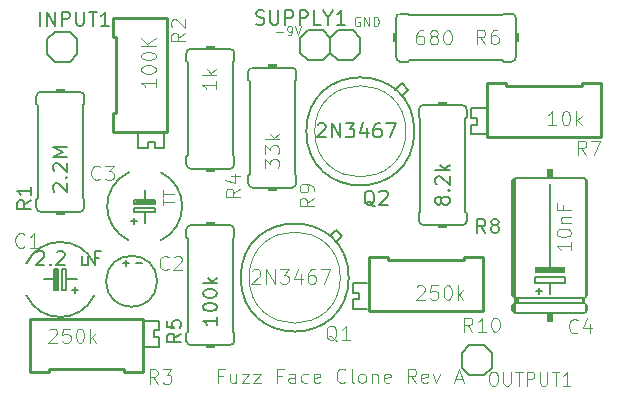
<source format=gbr>
G04 #@! TF.FileFunction,Legend,Top*
%FSLAX46Y46*%
G04 Gerber Fmt 4.6, Leading zero omitted, Abs format (unit mm)*
G04 Created by KiCad (PCBNEW 4.0.7) date 03/11/18 13:24:30*
%MOMM*%
%LPD*%
G01*
G04 APERTURE LIST*
%ADD10C,0.100000*%
%ADD11C,0.101600*%
%ADD12C,0.065024*%
%ADD13C,0.152400*%
%ADD14C,0.304800*%
%ADD15C,0.050800*%
%ADD16C,0.254000*%
%ADD17C,0.150000*%
%ADD18C,0.120650*%
%ADD19C,0.127000*%
%ADD20C,0.118872*%
%ADD21C,0.096520*%
G04 APERTURE END LIST*
D10*
D11*
X141456229Y-119960571D02*
X141054062Y-119960571D01*
X141054062Y-120592548D02*
X141054062Y-119386048D01*
X141628586Y-119386048D01*
X142605276Y-119788214D02*
X142605276Y-120592548D01*
X142088205Y-119788214D02*
X142088205Y-120420190D01*
X142145657Y-120535095D01*
X142260562Y-120592548D01*
X142432919Y-120592548D01*
X142547824Y-120535095D01*
X142605276Y-120477643D01*
X143064895Y-119788214D02*
X143696871Y-119788214D01*
X143064895Y-120592548D01*
X143696871Y-120592548D01*
X144041585Y-119788214D02*
X144673561Y-119788214D01*
X144041585Y-120592548D01*
X144673561Y-120592548D01*
X146454585Y-119960571D02*
X146052418Y-119960571D01*
X146052418Y-120592548D02*
X146052418Y-119386048D01*
X146626942Y-119386048D01*
X147603632Y-120592548D02*
X147603632Y-119960571D01*
X147546180Y-119845667D01*
X147431275Y-119788214D01*
X147201466Y-119788214D01*
X147086561Y-119845667D01*
X147603632Y-120535095D02*
X147488728Y-120592548D01*
X147201466Y-120592548D01*
X147086561Y-120535095D01*
X147029109Y-120420190D01*
X147029109Y-120305286D01*
X147086561Y-120190381D01*
X147201466Y-120132929D01*
X147488728Y-120132929D01*
X147603632Y-120075476D01*
X148695227Y-120535095D02*
X148580323Y-120592548D01*
X148350513Y-120592548D01*
X148235608Y-120535095D01*
X148178156Y-120477643D01*
X148120704Y-120362738D01*
X148120704Y-120018024D01*
X148178156Y-119903119D01*
X148235608Y-119845667D01*
X148350513Y-119788214D01*
X148580323Y-119788214D01*
X148695227Y-119845667D01*
X149671918Y-120535095D02*
X149557013Y-120592548D01*
X149327204Y-120592548D01*
X149212299Y-120535095D01*
X149154847Y-120420190D01*
X149154847Y-119960571D01*
X149212299Y-119845667D01*
X149327204Y-119788214D01*
X149557013Y-119788214D01*
X149671918Y-119845667D01*
X149729370Y-119960571D01*
X149729370Y-120075476D01*
X149154847Y-120190381D01*
X151855108Y-120477643D02*
X151797656Y-120535095D01*
X151625299Y-120592548D01*
X151510394Y-120592548D01*
X151338037Y-120535095D01*
X151223132Y-120420190D01*
X151165680Y-120305286D01*
X151108228Y-120075476D01*
X151108228Y-119903119D01*
X151165680Y-119673310D01*
X151223132Y-119558405D01*
X151338037Y-119443500D01*
X151510394Y-119386048D01*
X151625299Y-119386048D01*
X151797656Y-119443500D01*
X151855108Y-119500952D01*
X152544537Y-120592548D02*
X152429632Y-120535095D01*
X152372180Y-120420190D01*
X152372180Y-119386048D01*
X153176513Y-120592548D02*
X153061608Y-120535095D01*
X153004156Y-120477643D01*
X152946704Y-120362738D01*
X152946704Y-120018024D01*
X153004156Y-119903119D01*
X153061608Y-119845667D01*
X153176513Y-119788214D01*
X153348870Y-119788214D01*
X153463775Y-119845667D01*
X153521227Y-119903119D01*
X153578680Y-120018024D01*
X153578680Y-120362738D01*
X153521227Y-120477643D01*
X153463775Y-120535095D01*
X153348870Y-120592548D01*
X153176513Y-120592548D01*
X154095751Y-119788214D02*
X154095751Y-120592548D01*
X154095751Y-119903119D02*
X154153203Y-119845667D01*
X154268108Y-119788214D01*
X154440465Y-119788214D01*
X154555370Y-119845667D01*
X154612822Y-119960571D01*
X154612822Y-120592548D01*
X155646965Y-120535095D02*
X155532060Y-120592548D01*
X155302251Y-120592548D01*
X155187346Y-120535095D01*
X155129894Y-120420190D01*
X155129894Y-119960571D01*
X155187346Y-119845667D01*
X155302251Y-119788214D01*
X155532060Y-119788214D01*
X155646965Y-119845667D01*
X155704417Y-119960571D01*
X155704417Y-120075476D01*
X155129894Y-120190381D01*
X157830155Y-120592548D02*
X157427989Y-120018024D01*
X157140727Y-120592548D02*
X157140727Y-119386048D01*
X157600346Y-119386048D01*
X157715251Y-119443500D01*
X157772703Y-119500952D01*
X157830155Y-119615857D01*
X157830155Y-119788214D01*
X157772703Y-119903119D01*
X157715251Y-119960571D01*
X157600346Y-120018024D01*
X157140727Y-120018024D01*
X158806846Y-120535095D02*
X158691941Y-120592548D01*
X158462132Y-120592548D01*
X158347227Y-120535095D01*
X158289775Y-120420190D01*
X158289775Y-119960571D01*
X158347227Y-119845667D01*
X158462132Y-119788214D01*
X158691941Y-119788214D01*
X158806846Y-119845667D01*
X158864298Y-119960571D01*
X158864298Y-120075476D01*
X158289775Y-120190381D01*
X159266465Y-119788214D02*
X159553727Y-120592548D01*
X159840989Y-119788214D01*
X161162394Y-120247833D02*
X161736917Y-120247833D01*
X161047489Y-120592548D02*
X161449655Y-119386048D01*
X161851822Y-120592548D01*
D12*
X145992548Y-90842374D02*
X146580860Y-90842374D01*
X146985325Y-91136530D02*
X147132403Y-91136530D01*
X147205942Y-91099761D01*
X147242712Y-91062991D01*
X147316251Y-90952683D01*
X147353020Y-90805605D01*
X147353020Y-90511449D01*
X147316251Y-90437910D01*
X147279481Y-90401140D01*
X147205942Y-90364370D01*
X147058864Y-90364370D01*
X146985325Y-90401140D01*
X146948556Y-90437910D01*
X146911786Y-90511449D01*
X146911786Y-90695296D01*
X146948556Y-90768835D01*
X146985325Y-90805605D01*
X147058864Y-90842374D01*
X147205942Y-90842374D01*
X147279481Y-90805605D01*
X147316251Y-90768835D01*
X147353020Y-90695296D01*
X147573637Y-90364370D02*
X147831024Y-91136530D01*
X148088410Y-90364370D01*
X153064512Y-89639140D02*
X152990973Y-89602370D01*
X152880665Y-89602370D01*
X152770356Y-89639140D01*
X152696817Y-89712679D01*
X152660048Y-89786218D01*
X152623278Y-89933296D01*
X152623278Y-90043605D01*
X152660048Y-90190683D01*
X152696817Y-90264222D01*
X152770356Y-90337761D01*
X152880665Y-90374530D01*
X152954204Y-90374530D01*
X153064512Y-90337761D01*
X153101282Y-90300991D01*
X153101282Y-90043605D01*
X152954204Y-90043605D01*
X153432208Y-90374530D02*
X153432208Y-89602370D01*
X153873442Y-90374530D01*
X153873442Y-89602370D01*
X154241138Y-90374530D02*
X154241138Y-89602370D01*
X154424985Y-89602370D01*
X154535294Y-89639140D01*
X154608833Y-89712679D01*
X154645602Y-89786218D01*
X154682372Y-89933296D01*
X154682372Y-90043605D01*
X154645602Y-90190683D01*
X154608833Y-90264222D01*
X154535294Y-90337761D01*
X154424985Y-90374530D01*
X154241138Y-90374530D01*
D13*
X129108100Y-111824850D02*
X128219100Y-111824850D01*
X128219100Y-111824850D02*
X128219100Y-110935850D01*
X128219100Y-110935850D02*
X127888900Y-110935850D01*
X127888900Y-110935850D02*
X127888900Y-112713850D01*
X127888900Y-112713850D02*
X128219100Y-112713850D01*
X128219100Y-112713850D02*
X128219100Y-111824850D01*
X127203100Y-111824850D02*
X126314100Y-111824850D01*
X128981100Y-112459850D02*
X128981100Y-112967850D01*
X128727100Y-112713850D02*
X129235100Y-112713850D01*
X127533300Y-112713850D02*
X127533300Y-110935850D01*
X127203100Y-112713850D02*
X127533300Y-112713850D01*
X127533300Y-110935850D02*
X127203100Y-110935850D01*
X127203100Y-110935850D02*
X127203100Y-111824850D01*
X127203100Y-111824850D02*
X127203100Y-112713850D01*
X127380900Y-111062850D02*
X127380900Y-112586850D01*
X124840900Y-113182250D02*
G75*
G03X130581300Y-113182250I2870200J1357400D01*
G01*
X124840900Y-110467450D02*
G75*
G02X130581300Y-110467450I2870200J-1357400D01*
G01*
X134854850Y-107030600D02*
X134854850Y-106141600D01*
X134854850Y-106141600D02*
X135743850Y-106141600D01*
X135743850Y-106141600D02*
X135743850Y-105811400D01*
X135743850Y-105811400D02*
X133965850Y-105811400D01*
X133965850Y-105811400D02*
X133965850Y-106141600D01*
X133965850Y-106141600D02*
X134854850Y-106141600D01*
X134854850Y-105125600D02*
X134854850Y-104236600D01*
X134219850Y-106903600D02*
X133711850Y-106903600D01*
X133965850Y-106649600D02*
X133965850Y-107157600D01*
X133965850Y-105455800D02*
X135743850Y-105455800D01*
X133965850Y-105125600D02*
X133965850Y-105455800D01*
X135743850Y-105455800D02*
X135743850Y-105125600D01*
X135743850Y-105125600D02*
X134854850Y-105125600D01*
X134854850Y-105125600D02*
X133965850Y-105125600D01*
X135616850Y-105303400D02*
X134092850Y-105303400D01*
X133497450Y-102763400D02*
G75*
G03X133497450Y-108503800I1357400J-2870200D01*
G01*
X136212250Y-102763400D02*
G75*
G02X136212250Y-108503800I-1357400J-2870200D01*
G01*
X132981600Y-110459600D02*
X133489600Y-110459600D01*
X133235600Y-110713600D02*
X133235600Y-110205600D01*
X134124600Y-110459600D02*
X134632600Y-110459600D01*
X135902600Y-111983600D02*
G75*
G03X135902600Y-111983600I-2159000J0D01*
G01*
X169144850Y-113031350D02*
X169144850Y-112142350D01*
X169144850Y-112142350D02*
X170414850Y-112142350D01*
X170414850Y-112142350D02*
X170414850Y-111634350D01*
X170414850Y-111634350D02*
X167874850Y-111634350D01*
X167874850Y-111634350D02*
X167874850Y-112142350D01*
X167874850Y-112142350D02*
X169144850Y-112142350D01*
X169144850Y-110872350D02*
X169144850Y-103760350D01*
X168001850Y-112777350D02*
X168509850Y-112777350D01*
X168255850Y-113031350D02*
X168255850Y-112523350D01*
X172065850Y-114682350D02*
X166223850Y-114682350D01*
X165969850Y-113158350D02*
X165969850Y-103506350D01*
X166223850Y-103252350D02*
X165969850Y-103506350D01*
X166223850Y-113412350D02*
X165969850Y-113158350D01*
X165969850Y-114428350D02*
X166223850Y-114682350D01*
X165969850Y-114047350D02*
X166223850Y-113793350D01*
D14*
X166096850Y-114428350D02*
X166096850Y-114047350D01*
D13*
X165969850Y-114428350D02*
X165969850Y-114047350D01*
X166223850Y-114682350D02*
X166223850Y-113793350D01*
X166223850Y-113793350D02*
X166477850Y-113793350D01*
X166223850Y-113412350D02*
X166477850Y-113412350D01*
D14*
X166096850Y-113158350D02*
X166096850Y-103506350D01*
D13*
X166223850Y-113412350D02*
X166223850Y-103252350D01*
X166477850Y-113793350D02*
X166477850Y-113412350D01*
X166223850Y-113793350D02*
X166223850Y-113412350D01*
X172319850Y-113158350D02*
X172319850Y-103506350D01*
X166477850Y-113793350D02*
X171938850Y-113793350D01*
X171938850Y-113793350D02*
X172015050Y-113793350D01*
X166477850Y-113412350D02*
X171938850Y-113412350D01*
X171938850Y-113412350D02*
X172015050Y-113412350D01*
X172065850Y-113793350D02*
X172065850Y-113412350D01*
X171938850Y-113793350D02*
X171938850Y-113412350D01*
X166223850Y-103252350D02*
X172065850Y-103252350D01*
X172065850Y-103252350D02*
X172192850Y-103379350D01*
X172065850Y-114682350D02*
X172192850Y-114555350D01*
X172192850Y-114555350D02*
X172319850Y-114428350D01*
X172319850Y-114047350D02*
X172192850Y-113920350D01*
X172192850Y-113920350D02*
X172065850Y-113793350D01*
X172319850Y-114428350D02*
X172319850Y-114047350D01*
X172192850Y-114555350D02*
X172192850Y-113920350D01*
X172065850Y-113412350D02*
X172192850Y-113285350D01*
X172192850Y-113285350D02*
X172319850Y-113158350D01*
X172192850Y-113285350D02*
X172192850Y-103379350D01*
X172192850Y-103379350D02*
X172319850Y-103506350D01*
X172269050Y-103506350D02*
X172269050Y-113158350D01*
X172269050Y-113158350D02*
X172319850Y-113158350D01*
X172269050Y-114047350D02*
X172269050Y-114428350D01*
X172269050Y-114428350D02*
X172319850Y-114428350D01*
X172015050Y-113412350D02*
X172015050Y-113793350D01*
X172015050Y-113412350D02*
X172065850Y-113412350D01*
X172015050Y-113793350D02*
X172065850Y-113793350D01*
D14*
X166350850Y-113666350D02*
X166350850Y-113539350D01*
D10*
G36*
X170414850Y-111253350D02*
X170414850Y-110745350D01*
X167874850Y-110745350D01*
X167874850Y-111253350D01*
X170414850Y-111253350D01*
G37*
G36*
X169398850Y-115444350D02*
X169398850Y-114682350D01*
X168890850Y-114682350D01*
X168890850Y-115444350D01*
X169398850Y-115444350D01*
G37*
G36*
X169398850Y-103252350D02*
X169398850Y-102490350D01*
X168890850Y-102490350D01*
X168890850Y-103252350D01*
X169398850Y-103252350D01*
G37*
D13*
X127234850Y-90869850D02*
X128504850Y-90869850D01*
X128504850Y-90869850D02*
X129139850Y-91504850D01*
X129139850Y-91504850D02*
X129139850Y-92774850D01*
X129139850Y-92774850D02*
X128504850Y-93409850D01*
X126599850Y-91504850D02*
X126599850Y-92774850D01*
X127234850Y-90869850D02*
X126599850Y-91504850D01*
X126599850Y-92774850D02*
X127234850Y-93409850D01*
X128504850Y-93409850D02*
X127234850Y-93409850D01*
X162318600Y-117381100D02*
X163588600Y-117381100D01*
X163588600Y-117381100D02*
X164223600Y-118016100D01*
X164223600Y-118016100D02*
X164223600Y-119286100D01*
X164223600Y-119286100D02*
X163588600Y-119921100D01*
X161683600Y-118016100D02*
X161683600Y-119286100D01*
X162318600Y-117381100D02*
X161683600Y-118016100D01*
X161683600Y-119286100D02*
X162318600Y-119921100D01*
X163588600Y-119921100D02*
X162318600Y-119921100D01*
X151593450Y-108135500D02*
X151060050Y-108668900D01*
X150526650Y-108135500D02*
X151060050Y-107602100D01*
X151060050Y-107602100D02*
X151593450Y-108135500D01*
X152126850Y-111666100D02*
G75*
G03X152126850Y-111666100I-4572000J0D01*
G01*
D15*
X151415650Y-111666100D02*
G75*
G03X151415650Y-111666100I-3860800J0D01*
G01*
D13*
X157149700Y-95753000D02*
X156616300Y-96286400D01*
X156082900Y-95753000D02*
X156616300Y-95219600D01*
X156616300Y-95219600D02*
X157149700Y-95753000D01*
X157683100Y-99283600D02*
G75*
G03X157683100Y-99283600I-4572000J0D01*
G01*
D15*
X156971900Y-99283600D02*
G75*
G03X156971900Y-99283600I-3860800J0D01*
G01*
D13*
X129362100Y-95949850D02*
X126060100Y-95949850D01*
X126060100Y-95949850D02*
G75*
G03X125679100Y-96330850I0J-381000D01*
G01*
X129743100Y-105728850D02*
G75*
G02X129362100Y-106109850I-381000J0D01*
G01*
X129362100Y-95949850D02*
G75*
G02X129743100Y-96330850I0J-381000D01*
G01*
X125679100Y-105728850D02*
G75*
G03X126060100Y-106109850I381000J0D01*
G01*
X125679100Y-96330850D02*
X125679100Y-96965850D01*
X125806100Y-97092850D02*
X125679100Y-96965850D01*
X129743100Y-96330850D02*
X129743100Y-96965850D01*
X129616100Y-97092850D02*
X129743100Y-96965850D01*
X125806100Y-104966850D02*
X125679100Y-105093850D01*
X125806100Y-104966850D02*
X125806100Y-97092850D01*
X129616100Y-104966850D02*
X129743100Y-105093850D01*
X129616100Y-104966850D02*
X129616100Y-97092850D01*
X126060100Y-106109850D02*
X129362100Y-106109850D01*
X125679100Y-105728850D02*
X125679100Y-105093850D01*
X129743100Y-105728850D02*
X129743100Y-105093850D01*
D10*
G36*
X128092100Y-106389250D02*
X128092100Y-106109850D01*
X127330100Y-106109850D01*
X127330100Y-106389250D01*
X128092100Y-106389250D01*
G37*
G36*
X128092100Y-95949850D02*
X128092100Y-95670450D01*
X127330100Y-95670450D01*
X127330100Y-95949850D01*
X128092100Y-95949850D01*
G37*
D16*
X163467350Y-109939850D02*
X163467350Y-114489850D01*
X163467350Y-114489850D02*
X153867350Y-114489850D01*
X153867350Y-114489850D02*
X153867350Y-109939850D01*
X153867350Y-109939850D02*
X155467350Y-109939850D01*
X155467350Y-109939850D02*
X155467350Y-110189850D01*
X155467350Y-110189850D02*
X161867350Y-110189850D01*
X161867350Y-110189850D02*
X161867350Y-109939850D01*
X161867350Y-109939850D02*
X163467350Y-109939850D01*
D13*
X153717350Y-114289850D02*
X152517350Y-114289850D01*
X152517350Y-114289850D02*
X152517350Y-113489850D01*
X152517350Y-113489850D02*
X152967350Y-113489850D01*
X152967350Y-113489850D02*
X152967350Y-112939850D01*
X152967350Y-112939850D02*
X152517350Y-112939850D01*
X152517350Y-112939850D02*
X152517350Y-112089850D01*
X152517350Y-112089850D02*
X153717350Y-112089850D01*
X147300850Y-93886100D02*
X143998850Y-93886100D01*
X143998850Y-93886100D02*
G75*
G03X143617850Y-94267100I0J-381000D01*
G01*
X147681850Y-103665100D02*
G75*
G02X147300850Y-104046100I-381000J0D01*
G01*
X147300850Y-93886100D02*
G75*
G02X147681850Y-94267100I0J-381000D01*
G01*
X143617850Y-103665100D02*
G75*
G03X143998850Y-104046100I381000J0D01*
G01*
X143617850Y-94267100D02*
X143617850Y-94902100D01*
X143744850Y-95029100D02*
X143617850Y-94902100D01*
X147681850Y-94267100D02*
X147681850Y-94902100D01*
X147554850Y-95029100D02*
X147681850Y-94902100D01*
X143744850Y-102903100D02*
X143617850Y-103030100D01*
X143744850Y-102903100D02*
X143744850Y-95029100D01*
X147554850Y-102903100D02*
X147681850Y-103030100D01*
X147554850Y-102903100D02*
X147554850Y-95029100D01*
X143998850Y-104046100D02*
X147300850Y-104046100D01*
X143617850Y-103665100D02*
X143617850Y-103030100D01*
X147681850Y-103665100D02*
X147681850Y-103030100D01*
D10*
G36*
X146030850Y-104325500D02*
X146030850Y-104046100D01*
X145268850Y-104046100D01*
X145268850Y-104325500D01*
X146030850Y-104325500D01*
G37*
G36*
X146030850Y-93886100D02*
X146030850Y-93606700D01*
X145268850Y-93606700D01*
X145268850Y-93886100D01*
X146030850Y-93886100D01*
G37*
D13*
X166287350Y-92997100D02*
X166287350Y-89695100D01*
X166287350Y-89695100D02*
G75*
G03X165906350Y-89314100I-381000J0D01*
G01*
X156508350Y-93378100D02*
G75*
G02X156127350Y-92997100I0J381000D01*
G01*
X166287350Y-92997100D02*
G75*
G02X165906350Y-93378100I-381000J0D01*
G01*
X156508350Y-89314100D02*
G75*
G03X156127350Y-89695100I0J-381000D01*
G01*
X165906350Y-89314100D02*
X165271350Y-89314100D01*
X165144350Y-89441100D02*
X165271350Y-89314100D01*
X165906350Y-93378100D02*
X165271350Y-93378100D01*
X165144350Y-93251100D02*
X165271350Y-93378100D01*
X157270350Y-89441100D02*
X157143350Y-89314100D01*
X157270350Y-89441100D02*
X165144350Y-89441100D01*
X157270350Y-93251100D02*
X157143350Y-93378100D01*
X157270350Y-93251100D02*
X165144350Y-93251100D01*
X156127350Y-89695100D02*
X156127350Y-92997100D01*
X156508350Y-89314100D02*
X157143350Y-89314100D01*
X156508350Y-93378100D02*
X157143350Y-93378100D01*
D10*
G36*
X155847950Y-91727100D02*
X156127350Y-91727100D01*
X156127350Y-90965100D01*
X155847950Y-90965100D01*
X155847950Y-91727100D01*
G37*
G36*
X166287350Y-91727100D02*
X166566750Y-91727100D01*
X166566750Y-90965100D01*
X166287350Y-90965100D01*
X166287350Y-91727100D01*
G37*
D13*
X161747100Y-97061100D02*
X158445100Y-97061100D01*
X158445100Y-97061100D02*
G75*
G03X158064100Y-97442100I0J-381000D01*
G01*
X162128100Y-106840100D02*
G75*
G02X161747100Y-107221100I-381000J0D01*
G01*
X161747100Y-97061100D02*
G75*
G02X162128100Y-97442100I0J-381000D01*
G01*
X158064100Y-106840100D02*
G75*
G03X158445100Y-107221100I381000J0D01*
G01*
X158064100Y-97442100D02*
X158064100Y-98077100D01*
X158191100Y-98204100D02*
X158064100Y-98077100D01*
X162128100Y-97442100D02*
X162128100Y-98077100D01*
X162001100Y-98204100D02*
X162128100Y-98077100D01*
X158191100Y-106078100D02*
X158064100Y-106205100D01*
X158191100Y-106078100D02*
X158191100Y-98204100D01*
X162001100Y-106078100D02*
X162128100Y-106205100D01*
X162001100Y-106078100D02*
X162001100Y-98204100D01*
X158445100Y-107221100D02*
X161747100Y-107221100D01*
X158064100Y-106840100D02*
X158064100Y-106205100D01*
X162128100Y-106840100D02*
X162128100Y-106205100D01*
D10*
G36*
X160477100Y-107500500D02*
X160477100Y-107221100D01*
X159715100Y-107221100D01*
X159715100Y-107500500D01*
X160477100Y-107500500D01*
G37*
G36*
X160477100Y-97061100D02*
X160477100Y-96781700D01*
X159715100Y-96781700D01*
X159715100Y-97061100D01*
X160477100Y-97061100D01*
G37*
D13*
X142062100Y-107221100D02*
X138760100Y-107221100D01*
X138760100Y-107221100D02*
G75*
G03X138379100Y-107602100I0J-381000D01*
G01*
X142443100Y-117000100D02*
G75*
G02X142062100Y-117381100I-381000J0D01*
G01*
X142062100Y-107221100D02*
G75*
G02X142443100Y-107602100I0J-381000D01*
G01*
X138379100Y-117000100D02*
G75*
G03X138760100Y-117381100I381000J0D01*
G01*
X138379100Y-107602100D02*
X138379100Y-108237100D01*
X138506100Y-108364100D02*
X138379100Y-108237100D01*
X142443100Y-107602100D02*
X142443100Y-108237100D01*
X142316100Y-108364100D02*
X142443100Y-108237100D01*
X138506100Y-116238100D02*
X138379100Y-116365100D01*
X138506100Y-116238100D02*
X138506100Y-108364100D01*
X142316100Y-116238100D02*
X142443100Y-116365100D01*
X142316100Y-116238100D02*
X142316100Y-108364100D01*
X138760100Y-117381100D02*
X142062100Y-117381100D01*
X138379100Y-117000100D02*
X138379100Y-116365100D01*
X142443100Y-117000100D02*
X142443100Y-116365100D01*
D10*
G36*
X140792100Y-117660500D02*
X140792100Y-117381100D01*
X140030100Y-117381100D01*
X140030100Y-117660500D01*
X140792100Y-117660500D01*
G37*
G36*
X140792100Y-107221100D02*
X140792100Y-106941700D01*
X140030100Y-106941700D01*
X140030100Y-107221100D01*
X140792100Y-107221100D01*
G37*
D16*
X132176100Y-89721100D02*
X136726100Y-89721100D01*
X136726100Y-89721100D02*
X136726100Y-99321100D01*
X136726100Y-99321100D02*
X132176100Y-99321100D01*
X132176100Y-99321100D02*
X132176100Y-97721100D01*
X132176100Y-97721100D02*
X132426100Y-97721100D01*
X132426100Y-97721100D02*
X132426100Y-91321100D01*
X132426100Y-91321100D02*
X132176100Y-91321100D01*
X132176100Y-91321100D02*
X132176100Y-89721100D01*
D13*
X136526100Y-99471100D02*
X136526100Y-100671100D01*
X136526100Y-100671100D02*
X135726100Y-100671100D01*
X135726100Y-100671100D02*
X135726100Y-100221100D01*
X135726100Y-100221100D02*
X135176100Y-100221100D01*
X135176100Y-100221100D02*
X135176100Y-100671100D01*
X135176100Y-100671100D02*
X134326100Y-100671100D01*
X134326100Y-100671100D02*
X134326100Y-99471100D01*
D16*
X125113600Y-119694850D02*
X125113600Y-115144850D01*
X125113600Y-115144850D02*
X134713600Y-115144850D01*
X134713600Y-115144850D02*
X134713600Y-119694850D01*
X134713600Y-119694850D02*
X133113600Y-119694850D01*
X133113600Y-119694850D02*
X133113600Y-119444850D01*
X133113600Y-119444850D02*
X126713600Y-119444850D01*
X126713600Y-119444850D02*
X126713600Y-119694850D01*
X126713600Y-119694850D02*
X125113600Y-119694850D01*
D13*
X134863600Y-115344850D02*
X136063600Y-115344850D01*
X136063600Y-115344850D02*
X136063600Y-116144850D01*
X136063600Y-116144850D02*
X135613600Y-116144850D01*
X135613600Y-116144850D02*
X135613600Y-116694850D01*
X135613600Y-116694850D02*
X136063600Y-116694850D01*
X136063600Y-116694850D02*
X136063600Y-117544850D01*
X136063600Y-117544850D02*
X134863600Y-117544850D01*
D16*
X173468600Y-95176100D02*
X173468600Y-99726100D01*
X173468600Y-99726100D02*
X163868600Y-99726100D01*
X163868600Y-99726100D02*
X163868600Y-95176100D01*
X163868600Y-95176100D02*
X165468600Y-95176100D01*
X165468600Y-95176100D02*
X165468600Y-95426100D01*
X165468600Y-95426100D02*
X171868600Y-95426100D01*
X171868600Y-95426100D02*
X171868600Y-95176100D01*
X171868600Y-95176100D02*
X173468600Y-95176100D01*
D13*
X163718600Y-99526100D02*
X162518600Y-99526100D01*
X162518600Y-99526100D02*
X162518600Y-98726100D01*
X162518600Y-98726100D02*
X162968600Y-98726100D01*
X162968600Y-98726100D02*
X162968600Y-98176100D01*
X162968600Y-98176100D02*
X162518600Y-98176100D01*
X162518600Y-98176100D02*
X162518600Y-97326100D01*
X162518600Y-97326100D02*
X163718600Y-97326100D01*
X138760100Y-102458600D02*
X142062100Y-102458600D01*
X142062100Y-102458600D02*
G75*
G03X142443100Y-102077600I0J381000D01*
G01*
X138379100Y-92679600D02*
G75*
G02X138760100Y-92298600I381000J0D01*
G01*
X138760100Y-102458600D02*
G75*
G02X138379100Y-102077600I0J381000D01*
G01*
X142443100Y-92679600D02*
G75*
G03X142062100Y-92298600I-381000J0D01*
G01*
X142443100Y-102077600D02*
X142443100Y-101442600D01*
X142316100Y-101315600D02*
X142443100Y-101442600D01*
X138379100Y-102077600D02*
X138379100Y-101442600D01*
X138506100Y-101315600D02*
X138379100Y-101442600D01*
X142316100Y-93441600D02*
X142443100Y-93314600D01*
X142316100Y-93441600D02*
X142316100Y-101315600D01*
X138506100Y-93441600D02*
X138379100Y-93314600D01*
X138506100Y-93441600D02*
X138506100Y-101315600D01*
X142062100Y-92298600D02*
X138760100Y-92298600D01*
X142443100Y-92679600D02*
X142443100Y-93314600D01*
X138379100Y-92679600D02*
X138379100Y-93314600D01*
D10*
G36*
X140030100Y-92019200D02*
X140030100Y-92298600D01*
X140792100Y-92298600D01*
X140792100Y-92019200D01*
X140030100Y-92019200D01*
G37*
G36*
X140030100Y-102458600D02*
X140030100Y-102738000D01*
X140792100Y-102738000D01*
X140792100Y-102458600D01*
X140030100Y-102458600D01*
G37*
D13*
X148666100Y-90711100D02*
X149936100Y-90711100D01*
X149936100Y-90711100D02*
X150571100Y-91346100D01*
X150571100Y-91346100D02*
X150571100Y-92616100D01*
X150571100Y-92616100D02*
X149936100Y-93251100D01*
X148031100Y-91346100D02*
X148031100Y-92616100D01*
X148666100Y-90711100D02*
X148031100Y-91346100D01*
X148031100Y-92616100D02*
X148666100Y-93251100D01*
X149936100Y-93251100D02*
X148666100Y-93251100D01*
X150571100Y-91346100D02*
X151206100Y-90711100D01*
X151206100Y-90711100D02*
X152476100Y-90711100D01*
X152476100Y-90711100D02*
X153111100Y-91346100D01*
X153111100Y-91346100D02*
X153111100Y-92616100D01*
X153111100Y-92616100D02*
X152476100Y-93251100D01*
X152476100Y-93251100D02*
X151206100Y-93251100D01*
X151206100Y-93251100D02*
X150571100Y-92616100D01*
D17*
D18*
X124655942Y-109009543D02*
X124598490Y-109066995D01*
X124426133Y-109124448D01*
X124311228Y-109124448D01*
X124138871Y-109066995D01*
X124023966Y-108952090D01*
X123966514Y-108837186D01*
X123909062Y-108607376D01*
X123909062Y-108435019D01*
X123966514Y-108205210D01*
X124023966Y-108090305D01*
X124138871Y-107975400D01*
X124311228Y-107917948D01*
X124426133Y-107917948D01*
X124598490Y-107975400D01*
X124655942Y-108032852D01*
X125804990Y-109124448D02*
X125115562Y-109124448D01*
X125460276Y-109124448D02*
X125460276Y-107917948D01*
X125345371Y-108090305D01*
X125230466Y-108205210D01*
X125115562Y-108262662D01*
D19*
X125681014Y-109531452D02*
X125738466Y-109474000D01*
X125853371Y-109416548D01*
X126140633Y-109416548D01*
X126255537Y-109474000D01*
X126312990Y-109531452D01*
X126370442Y-109646357D01*
X126370442Y-109761262D01*
X126312990Y-109933619D01*
X125623561Y-110623048D01*
X126370442Y-110623048D01*
X126887514Y-110508143D02*
X126944966Y-110565595D01*
X126887514Y-110623048D01*
X126830062Y-110565595D01*
X126887514Y-110508143D01*
X126887514Y-110623048D01*
X127404586Y-109531452D02*
X127462038Y-109474000D01*
X127576943Y-109416548D01*
X127864205Y-109416548D01*
X127979109Y-109474000D01*
X128036562Y-109531452D01*
X128094014Y-109646357D01*
X128094014Y-109761262D01*
X128036562Y-109933619D01*
X127347133Y-110623048D01*
X128094014Y-110623048D01*
X130047395Y-109818714D02*
X130047395Y-110623048D01*
X129530324Y-109818714D02*
X129530324Y-110450690D01*
X129587776Y-110565595D01*
X129702681Y-110623048D01*
X129875038Y-110623048D01*
X129989943Y-110565595D01*
X130047395Y-110508143D01*
X131024086Y-109991071D02*
X130621919Y-109991071D01*
X130621919Y-110623048D02*
X130621919Y-109416548D01*
X131196443Y-109416548D01*
D20*
D18*
X131082142Y-103294543D02*
X131024690Y-103351995D01*
X130852333Y-103409448D01*
X130737428Y-103409448D01*
X130565071Y-103351995D01*
X130450166Y-103237090D01*
X130392714Y-103122186D01*
X130335262Y-102892376D01*
X130335262Y-102720019D01*
X130392714Y-102490210D01*
X130450166Y-102375305D01*
X130565071Y-102260400D01*
X130737428Y-102202948D01*
X130852333Y-102202948D01*
X131024690Y-102260400D01*
X131082142Y-102317852D01*
X131484309Y-102202948D02*
X132231190Y-102202948D01*
X131829023Y-102662567D01*
X132001381Y-102662567D01*
X132116285Y-102720019D01*
X132173738Y-102777471D01*
X132231190Y-102892376D01*
X132231190Y-103179638D01*
X132173738Y-103294543D01*
X132116285Y-103351995D01*
X132001381Y-103409448D01*
X131656666Y-103409448D01*
X131541762Y-103351995D01*
X131484309Y-103294543D01*
D19*
D20*
X136408967Y-105543974D02*
X136408967Y-105006220D01*
X137350037Y-105275097D02*
X136408967Y-105275097D01*
X136408967Y-104826968D02*
X136408967Y-104289214D01*
X137350037Y-104558091D02*
X136408967Y-104558091D01*
D18*
X136879290Y-110922243D02*
X136821838Y-110979695D01*
X136649481Y-111037148D01*
X136534576Y-111037148D01*
X136362219Y-110979695D01*
X136247314Y-110864790D01*
X136189862Y-110749886D01*
X136132410Y-110520076D01*
X136132410Y-110347719D01*
X136189862Y-110117910D01*
X136247314Y-110003005D01*
X136362219Y-109888100D01*
X136534576Y-109830648D01*
X136649481Y-109830648D01*
X136821838Y-109888100D01*
X136879290Y-109945552D01*
X137338910Y-109945552D02*
X137396362Y-109888100D01*
X137511267Y-109830648D01*
X137798529Y-109830648D01*
X137913433Y-109888100D01*
X137970886Y-109945552D01*
X138028338Y-110060457D01*
X138028338Y-110175362D01*
X137970886Y-110347719D01*
X137281457Y-111037148D01*
X138028338Y-111037148D01*
D19*
D18*
X171518942Y-116261243D02*
X171461490Y-116318695D01*
X171289133Y-116376148D01*
X171174228Y-116376148D01*
X171001871Y-116318695D01*
X170886966Y-116203790D01*
X170829514Y-116088886D01*
X170772062Y-115859076D01*
X170772062Y-115686719D01*
X170829514Y-115456910D01*
X170886966Y-115342005D01*
X171001871Y-115227100D01*
X171174228Y-115169648D01*
X171289133Y-115169648D01*
X171461490Y-115227100D01*
X171518942Y-115284552D01*
X172553085Y-115571814D02*
X172553085Y-116376148D01*
X172265823Y-115112195D02*
X171978562Y-115973981D01*
X172725442Y-115973981D01*
X170941598Y-108683112D02*
X170941598Y-109372540D01*
X170941598Y-109027826D02*
X169735098Y-109027826D01*
X169907455Y-109142731D01*
X170022360Y-109257636D01*
X170079812Y-109372540D01*
X169735098Y-107936231D02*
X169735098Y-107821326D01*
X169792550Y-107706421D01*
X169850002Y-107648969D01*
X169964907Y-107591516D01*
X170194717Y-107534064D01*
X170481979Y-107534064D01*
X170711788Y-107591516D01*
X170826693Y-107648969D01*
X170884145Y-107706421D01*
X170941598Y-107821326D01*
X170941598Y-107936231D01*
X170884145Y-108051135D01*
X170826693Y-108108588D01*
X170711788Y-108166040D01*
X170481979Y-108223492D01*
X170194717Y-108223492D01*
X169964907Y-108166040D01*
X169850002Y-108108588D01*
X169792550Y-108051135D01*
X169735098Y-107936231D01*
X170137264Y-107016992D02*
X170941598Y-107016992D01*
X170252169Y-107016992D02*
X170194717Y-106959540D01*
X170137264Y-106844635D01*
X170137264Y-106672278D01*
X170194717Y-106557373D01*
X170309621Y-106499921D01*
X170941598Y-106499921D01*
X170309621Y-105523230D02*
X170309621Y-105925397D01*
X170941598Y-105925397D02*
X169735098Y-105925397D01*
X169735098Y-105350873D01*
D19*
X125979162Y-90353848D02*
X125979162Y-89147348D01*
X126553686Y-90353848D02*
X126553686Y-89147348D01*
X127243114Y-90353848D01*
X127243114Y-89147348D01*
X127817638Y-90353848D02*
X127817638Y-89147348D01*
X128277257Y-89147348D01*
X128392162Y-89204800D01*
X128449614Y-89262252D01*
X128507066Y-89377157D01*
X128507066Y-89549514D01*
X128449614Y-89664419D01*
X128392162Y-89721871D01*
X128277257Y-89779324D01*
X127817638Y-89779324D01*
X129024138Y-89147348D02*
X129024138Y-90124038D01*
X129081590Y-90238943D01*
X129139043Y-90296395D01*
X129253947Y-90353848D01*
X129483757Y-90353848D01*
X129598662Y-90296395D01*
X129656114Y-90238943D01*
X129713566Y-90124038D01*
X129713566Y-89147348D01*
X130115733Y-89147348D02*
X130805161Y-89147348D01*
X130460447Y-90353848D02*
X130460447Y-89147348D01*
X131839304Y-90353848D02*
X131149876Y-90353848D01*
X131494590Y-90353848D02*
X131494590Y-89147348D01*
X131379685Y-89319705D01*
X131264780Y-89434610D01*
X131149876Y-89492062D01*
D11*
D18*
X164266114Y-119627348D02*
X164476876Y-119627348D01*
X164582257Y-119684800D01*
X164687638Y-119799705D01*
X164740329Y-120029514D01*
X164740329Y-120431681D01*
X164687638Y-120661490D01*
X164582257Y-120776395D01*
X164476876Y-120833848D01*
X164266114Y-120833848D01*
X164160733Y-120776395D01*
X164055352Y-120661490D01*
X164002662Y-120431681D01*
X164002662Y-120029514D01*
X164055352Y-119799705D01*
X164160733Y-119684800D01*
X164266114Y-119627348D01*
X165214542Y-119627348D02*
X165214542Y-120604038D01*
X165267233Y-120718943D01*
X165319923Y-120776395D01*
X165425304Y-120833848D01*
X165636066Y-120833848D01*
X165741447Y-120776395D01*
X165794138Y-120718943D01*
X165846828Y-120604038D01*
X165846828Y-119627348D01*
X166215661Y-119627348D02*
X166847947Y-119627348D01*
X166531804Y-120833848D02*
X166531804Y-119627348D01*
X167216780Y-120833848D02*
X167216780Y-119627348D01*
X167638304Y-119627348D01*
X167743685Y-119684800D01*
X167796376Y-119742252D01*
X167849066Y-119857157D01*
X167849066Y-120029514D01*
X167796376Y-120144419D01*
X167743685Y-120201871D01*
X167638304Y-120259324D01*
X167216780Y-120259324D01*
X168323280Y-119627348D02*
X168323280Y-120604038D01*
X168375971Y-120718943D01*
X168428661Y-120776395D01*
X168534042Y-120833848D01*
X168744804Y-120833848D01*
X168850185Y-120776395D01*
X168902876Y-120718943D01*
X168955566Y-120604038D01*
X168955566Y-119627348D01*
X169324399Y-119627348D02*
X169956685Y-119627348D01*
X169640542Y-120833848D02*
X169640542Y-119627348D01*
X170905114Y-120833848D02*
X170272828Y-120833848D01*
X170588971Y-120833848D02*
X170588971Y-119627348D01*
X170483590Y-119799705D01*
X170378209Y-119914610D01*
X170272828Y-119972062D01*
D21*
D18*
X151116695Y-117049852D02*
X151001790Y-116992400D01*
X150886886Y-116877495D01*
X150714529Y-116705138D01*
X150599624Y-116647686D01*
X150484719Y-116647686D01*
X150542171Y-116934948D02*
X150427267Y-116877495D01*
X150312362Y-116762590D01*
X150254910Y-116532781D01*
X150254910Y-116130614D01*
X150312362Y-115900805D01*
X150427267Y-115785900D01*
X150542171Y-115728448D01*
X150771981Y-115728448D01*
X150886886Y-115785900D01*
X151001790Y-115900805D01*
X151059243Y-116130614D01*
X151059243Y-116532781D01*
X151001790Y-116762590D01*
X150886886Y-116877495D01*
X150771981Y-116934948D01*
X150542171Y-116934948D01*
X152208290Y-116934948D02*
X151518862Y-116934948D01*
X151863576Y-116934948D02*
X151863576Y-115728448D01*
X151748671Y-115900805D01*
X151633766Y-116015710D01*
X151518862Y-116073162D01*
X143950468Y-111088552D02*
X144007920Y-111031100D01*
X144122825Y-110973648D01*
X144410087Y-110973648D01*
X144524991Y-111031100D01*
X144582444Y-111088552D01*
X144639896Y-111203457D01*
X144639896Y-111318362D01*
X144582444Y-111490719D01*
X143893015Y-112180148D01*
X144639896Y-112180148D01*
X145156968Y-112180148D02*
X145156968Y-110973648D01*
X145846396Y-112180148D01*
X145846396Y-110973648D01*
X146306015Y-110973648D02*
X147052896Y-110973648D01*
X146650729Y-111433267D01*
X146823087Y-111433267D01*
X146937991Y-111490719D01*
X146995444Y-111548171D01*
X147052896Y-111663076D01*
X147052896Y-111950338D01*
X146995444Y-112065243D01*
X146937991Y-112122695D01*
X146823087Y-112180148D01*
X146478372Y-112180148D01*
X146363468Y-112122695D01*
X146306015Y-112065243D01*
X148087039Y-111375814D02*
X148087039Y-112180148D01*
X147799777Y-110916195D02*
X147512516Y-111777981D01*
X148259396Y-111777981D01*
X149236087Y-110973648D02*
X149006278Y-110973648D01*
X148891373Y-111031100D01*
X148833921Y-111088552D01*
X148719016Y-111260910D01*
X148661564Y-111490719D01*
X148661564Y-111950338D01*
X148719016Y-112065243D01*
X148776468Y-112122695D01*
X148891373Y-112180148D01*
X149121183Y-112180148D01*
X149236087Y-112122695D01*
X149293540Y-112065243D01*
X149350992Y-111950338D01*
X149350992Y-111663076D01*
X149293540Y-111548171D01*
X149236087Y-111490719D01*
X149121183Y-111433267D01*
X148891373Y-111433267D01*
X148776468Y-111490719D01*
X148719016Y-111548171D01*
X148661564Y-111663076D01*
X149753159Y-110973648D02*
X150557492Y-110973648D01*
X150040421Y-112180148D01*
D19*
X154329695Y-105627552D02*
X154214790Y-105570100D01*
X154099886Y-105455195D01*
X153927529Y-105282838D01*
X153812624Y-105225386D01*
X153697719Y-105225386D01*
X153755171Y-105512648D02*
X153640267Y-105455195D01*
X153525362Y-105340290D01*
X153467910Y-105110481D01*
X153467910Y-104708314D01*
X153525362Y-104478505D01*
X153640267Y-104363600D01*
X153755171Y-104306148D01*
X153984981Y-104306148D01*
X154099886Y-104363600D01*
X154214790Y-104478505D01*
X154272243Y-104708314D01*
X154272243Y-105110481D01*
X154214790Y-105340290D01*
X154099886Y-105455195D01*
X153984981Y-105512648D01*
X153755171Y-105512648D01*
X154731862Y-104421052D02*
X154789314Y-104363600D01*
X154904219Y-104306148D01*
X155191481Y-104306148D01*
X155306385Y-104363600D01*
X155363838Y-104421052D01*
X155421290Y-104535957D01*
X155421290Y-104650862D01*
X155363838Y-104823219D01*
X154674409Y-105512648D01*
X155421290Y-105512648D01*
X149506718Y-98706052D02*
X149564170Y-98648600D01*
X149679075Y-98591148D01*
X149966337Y-98591148D01*
X150081241Y-98648600D01*
X150138694Y-98706052D01*
X150196146Y-98820957D01*
X150196146Y-98935862D01*
X150138694Y-99108219D01*
X149449265Y-99797648D01*
X150196146Y-99797648D01*
X150713218Y-99797648D02*
X150713218Y-98591148D01*
X151402646Y-99797648D01*
X151402646Y-98591148D01*
X151862265Y-98591148D02*
X152609146Y-98591148D01*
X152206979Y-99050767D01*
X152379337Y-99050767D01*
X152494241Y-99108219D01*
X152551694Y-99165671D01*
X152609146Y-99280576D01*
X152609146Y-99567838D01*
X152551694Y-99682743D01*
X152494241Y-99740195D01*
X152379337Y-99797648D01*
X152034622Y-99797648D01*
X151919718Y-99740195D01*
X151862265Y-99682743D01*
X153643289Y-98993314D02*
X153643289Y-99797648D01*
X153356027Y-98533695D02*
X153068766Y-99395481D01*
X153815646Y-99395481D01*
X154792337Y-98591148D02*
X154562528Y-98591148D01*
X154447623Y-98648600D01*
X154390171Y-98706052D01*
X154275266Y-98878410D01*
X154217814Y-99108219D01*
X154217814Y-99567838D01*
X154275266Y-99682743D01*
X154332718Y-99740195D01*
X154447623Y-99797648D01*
X154677433Y-99797648D01*
X154792337Y-99740195D01*
X154849790Y-99682743D01*
X154907242Y-99567838D01*
X154907242Y-99280576D01*
X154849790Y-99165671D01*
X154792337Y-99108219D01*
X154677433Y-99050767D01*
X154447623Y-99050767D01*
X154332718Y-99108219D01*
X154275266Y-99165671D01*
X154217814Y-99280576D01*
X155309409Y-98591148D02*
X156113742Y-98591148D01*
X155596671Y-99797648D01*
X125240648Y-105133160D02*
X124666124Y-105535326D01*
X125240648Y-105822588D02*
X124034148Y-105822588D01*
X124034148Y-105362969D01*
X124091600Y-105248064D01*
X124149052Y-105190612D01*
X124263957Y-105133160D01*
X124436314Y-105133160D01*
X124551219Y-105190612D01*
X124608671Y-105248064D01*
X124666124Y-105362969D01*
X124666124Y-105822588D01*
X125240648Y-103984112D02*
X125240648Y-104673540D01*
X125240648Y-104328826D02*
X124034148Y-104328826D01*
X124206505Y-104443731D01*
X124321410Y-104558636D01*
X124378862Y-104673540D01*
X127197052Y-104381440D02*
X127139600Y-104323988D01*
X127082148Y-104209083D01*
X127082148Y-103921821D01*
X127139600Y-103806917D01*
X127197052Y-103749464D01*
X127311957Y-103692012D01*
X127426862Y-103692012D01*
X127599219Y-103749464D01*
X128288648Y-104438893D01*
X128288648Y-103692012D01*
X128173743Y-103174940D02*
X128231195Y-103117488D01*
X128288648Y-103174940D01*
X128231195Y-103232392D01*
X128173743Y-103174940D01*
X128288648Y-103174940D01*
X127197052Y-102657868D02*
X127139600Y-102600416D01*
X127082148Y-102485511D01*
X127082148Y-102198249D01*
X127139600Y-102083345D01*
X127197052Y-102025892D01*
X127311957Y-101968440D01*
X127426862Y-101968440D01*
X127599219Y-102025892D01*
X128288648Y-102715321D01*
X128288648Y-101968440D01*
X128288648Y-101451368D02*
X127082148Y-101451368D01*
X127943933Y-101049201D01*
X127082148Y-100647035D01*
X128288648Y-100647035D01*
D11*
X162597494Y-116261848D02*
X162195328Y-115687324D01*
X161908066Y-116261848D02*
X161908066Y-115055348D01*
X162367685Y-115055348D01*
X162482590Y-115112800D01*
X162540042Y-115170252D01*
X162597494Y-115285157D01*
X162597494Y-115457514D01*
X162540042Y-115572419D01*
X162482590Y-115629871D01*
X162367685Y-115687324D01*
X161908066Y-115687324D01*
X163746542Y-116261848D02*
X163057114Y-116261848D01*
X163401828Y-116261848D02*
X163401828Y-115055348D01*
X163286923Y-115227705D01*
X163172018Y-115342610D01*
X163057114Y-115400062D01*
X164493423Y-115055348D02*
X164608328Y-115055348D01*
X164723233Y-115112800D01*
X164780685Y-115170252D01*
X164838138Y-115285157D01*
X164895590Y-115514967D01*
X164895590Y-115802229D01*
X164838138Y-116032038D01*
X164780685Y-116146943D01*
X164723233Y-116204395D01*
X164608328Y-116261848D01*
X164493423Y-116261848D01*
X164378519Y-116204395D01*
X164321066Y-116146943D01*
X164263614Y-116032038D01*
X164206162Y-115802229D01*
X164206162Y-115514967D01*
X164263614Y-115285157D01*
X164321066Y-115170252D01*
X164378519Y-115112800D01*
X164493423Y-115055348D01*
X157873326Y-112447302D02*
X157930778Y-112389850D01*
X158045683Y-112332398D01*
X158332945Y-112332398D01*
X158447849Y-112389850D01*
X158505302Y-112447302D01*
X158562754Y-112562207D01*
X158562754Y-112677112D01*
X158505302Y-112849469D01*
X157815873Y-113538898D01*
X158562754Y-113538898D01*
X159654350Y-112332398D02*
X159079826Y-112332398D01*
X159022374Y-112906921D01*
X159079826Y-112849469D01*
X159194731Y-112792017D01*
X159481993Y-112792017D01*
X159596897Y-112849469D01*
X159654350Y-112906921D01*
X159711802Y-113021826D01*
X159711802Y-113309088D01*
X159654350Y-113423993D01*
X159596897Y-113481445D01*
X159481993Y-113538898D01*
X159194731Y-113538898D01*
X159079826Y-113481445D01*
X159022374Y-113423993D01*
X160458683Y-112332398D02*
X160573588Y-112332398D01*
X160688493Y-112389850D01*
X160745945Y-112447302D01*
X160803398Y-112562207D01*
X160860850Y-112792017D01*
X160860850Y-113079279D01*
X160803398Y-113309088D01*
X160745945Y-113423993D01*
X160688493Y-113481445D01*
X160573588Y-113538898D01*
X160458683Y-113538898D01*
X160343779Y-113481445D01*
X160286326Y-113423993D01*
X160228874Y-113309088D01*
X160171422Y-113079279D01*
X160171422Y-112792017D01*
X160228874Y-112562207D01*
X160286326Y-112447302D01*
X160343779Y-112389850D01*
X160458683Y-112332398D01*
X161377922Y-113538898D02*
X161377922Y-112332398D01*
X161492827Y-113079279D02*
X161837541Y-113538898D01*
X161837541Y-112734564D02*
X161377922Y-113194183D01*
D18*
X142944548Y-104128510D02*
X142370024Y-104530676D01*
X142944548Y-104817938D02*
X141738048Y-104817938D01*
X141738048Y-104358319D01*
X141795500Y-104243414D01*
X141852952Y-104185962D01*
X141967857Y-104128510D01*
X142140214Y-104128510D01*
X142255119Y-104185962D01*
X142312571Y-104243414D01*
X142370024Y-104358319D01*
X142370024Y-104817938D01*
X142140214Y-103094367D02*
X142944548Y-103094367D01*
X141680595Y-103381629D02*
X142542381Y-103668890D01*
X142542381Y-102922010D01*
X145020898Y-102375143D02*
X145020898Y-101628262D01*
X145480517Y-102030429D01*
X145480517Y-101858071D01*
X145537969Y-101743167D01*
X145595421Y-101685714D01*
X145710326Y-101628262D01*
X145997588Y-101628262D01*
X146112493Y-101685714D01*
X146169945Y-101743167D01*
X146227398Y-101858071D01*
X146227398Y-102202786D01*
X146169945Y-102317690D01*
X146112493Y-102375143D01*
X145020898Y-101226095D02*
X145020898Y-100479214D01*
X145480517Y-100881381D01*
X145480517Y-100709023D01*
X145537969Y-100594119D01*
X145595421Y-100536666D01*
X145710326Y-100479214D01*
X145997588Y-100479214D01*
X146112493Y-100536666D01*
X146169945Y-100594119D01*
X146227398Y-100709023D01*
X146227398Y-101053738D01*
X146169945Y-101168642D01*
X146112493Y-101226095D01*
X146227398Y-99962142D02*
X145020898Y-99962142D01*
X145767779Y-99847237D02*
X146227398Y-99502523D01*
X145423064Y-99502523D02*
X145882683Y-99962142D01*
X163676390Y-91890548D02*
X163274224Y-91316024D01*
X162986962Y-91890548D02*
X162986962Y-90684048D01*
X163446581Y-90684048D01*
X163561486Y-90741500D01*
X163618938Y-90798952D01*
X163676390Y-90913857D01*
X163676390Y-91086214D01*
X163618938Y-91201119D01*
X163561486Y-91258571D01*
X163446581Y-91316024D01*
X162986962Y-91316024D01*
X164710533Y-90684048D02*
X164480724Y-90684048D01*
X164365819Y-90741500D01*
X164308367Y-90798952D01*
X164193462Y-90971310D01*
X164136010Y-91201119D01*
X164136010Y-91660738D01*
X164193462Y-91775643D01*
X164250914Y-91833095D01*
X164365819Y-91890548D01*
X164595629Y-91890548D01*
X164710533Y-91833095D01*
X164767986Y-91775643D01*
X164825438Y-91660738D01*
X164825438Y-91373476D01*
X164767986Y-91258571D01*
X164710533Y-91201119D01*
X164595629Y-91143667D01*
X164365819Y-91143667D01*
X164250914Y-91201119D01*
X164193462Y-91258571D01*
X164136010Y-91373476D01*
X158430283Y-90717148D02*
X158200474Y-90717148D01*
X158085569Y-90774600D01*
X158028117Y-90832052D01*
X157913212Y-91004410D01*
X157855760Y-91234219D01*
X157855760Y-91693838D01*
X157913212Y-91808743D01*
X157970664Y-91866195D01*
X158085569Y-91923648D01*
X158315379Y-91923648D01*
X158430283Y-91866195D01*
X158487736Y-91808743D01*
X158545188Y-91693838D01*
X158545188Y-91406576D01*
X158487736Y-91291671D01*
X158430283Y-91234219D01*
X158315379Y-91176767D01*
X158085569Y-91176767D01*
X157970664Y-91234219D01*
X157913212Y-91291671D01*
X157855760Y-91406576D01*
X159234617Y-91234219D02*
X159119712Y-91176767D01*
X159062260Y-91119314D01*
X159004808Y-91004410D01*
X159004808Y-90946957D01*
X159062260Y-90832052D01*
X159119712Y-90774600D01*
X159234617Y-90717148D01*
X159464427Y-90717148D01*
X159579331Y-90774600D01*
X159636784Y-90832052D01*
X159694236Y-90946957D01*
X159694236Y-91004410D01*
X159636784Y-91119314D01*
X159579331Y-91176767D01*
X159464427Y-91234219D01*
X159234617Y-91234219D01*
X159119712Y-91291671D01*
X159062260Y-91349124D01*
X159004808Y-91464029D01*
X159004808Y-91693838D01*
X159062260Y-91808743D01*
X159119712Y-91866195D01*
X159234617Y-91923648D01*
X159464427Y-91923648D01*
X159579331Y-91866195D01*
X159636784Y-91808743D01*
X159694236Y-91693838D01*
X159694236Y-91464029D01*
X159636784Y-91349124D01*
X159579331Y-91291671D01*
X159464427Y-91234219D01*
X160441117Y-90717148D02*
X160556022Y-90717148D01*
X160670927Y-90774600D01*
X160728379Y-90832052D01*
X160785832Y-90946957D01*
X160843284Y-91176767D01*
X160843284Y-91464029D01*
X160785832Y-91693838D01*
X160728379Y-91808743D01*
X160670927Y-91866195D01*
X160556022Y-91923648D01*
X160441117Y-91923648D01*
X160326213Y-91866195D01*
X160268760Y-91808743D01*
X160211308Y-91693838D01*
X160153856Y-91464029D01*
X160153856Y-91176767D01*
X160211308Y-90946957D01*
X160268760Y-90832052D01*
X160326213Y-90774600D01*
X160441117Y-90717148D01*
D19*
X163701790Y-107905248D02*
X163299624Y-107330724D01*
X163012362Y-107905248D02*
X163012362Y-106698748D01*
X163471981Y-106698748D01*
X163586886Y-106756200D01*
X163644338Y-106813652D01*
X163701790Y-106928557D01*
X163701790Y-107100914D01*
X163644338Y-107215819D01*
X163586886Y-107273271D01*
X163471981Y-107330724D01*
X163012362Y-107330724D01*
X164391219Y-107215819D02*
X164276314Y-107158367D01*
X164218862Y-107100914D01*
X164161410Y-106986010D01*
X164161410Y-106928557D01*
X164218862Y-106813652D01*
X164276314Y-106756200D01*
X164391219Y-106698748D01*
X164621029Y-106698748D01*
X164735933Y-106756200D01*
X164793386Y-106813652D01*
X164850838Y-106928557D01*
X164850838Y-106986010D01*
X164793386Y-107100914D01*
X164735933Y-107158367D01*
X164621029Y-107215819D01*
X164391219Y-107215819D01*
X164276314Y-107273271D01*
X164218862Y-107330724D01*
X164161410Y-107445629D01*
X164161410Y-107675438D01*
X164218862Y-107790343D01*
X164276314Y-107847795D01*
X164391219Y-107905248D01*
X164621029Y-107905248D01*
X164735933Y-107847795D01*
X164793386Y-107790343D01*
X164850838Y-107675438D01*
X164850838Y-107445629D01*
X164793386Y-107330724D01*
X164735933Y-107273271D01*
X164621029Y-107215819D01*
X159984219Y-105262881D02*
X159926767Y-105377786D01*
X159869314Y-105435238D01*
X159754410Y-105492690D01*
X159696957Y-105492690D01*
X159582052Y-105435238D01*
X159524600Y-105377786D01*
X159467148Y-105262881D01*
X159467148Y-105033071D01*
X159524600Y-104918167D01*
X159582052Y-104860714D01*
X159696957Y-104803262D01*
X159754410Y-104803262D01*
X159869314Y-104860714D01*
X159926767Y-104918167D01*
X159984219Y-105033071D01*
X159984219Y-105262881D01*
X160041671Y-105377786D01*
X160099124Y-105435238D01*
X160214029Y-105492690D01*
X160443838Y-105492690D01*
X160558743Y-105435238D01*
X160616195Y-105377786D01*
X160673648Y-105262881D01*
X160673648Y-105033071D01*
X160616195Y-104918167D01*
X160558743Y-104860714D01*
X160443838Y-104803262D01*
X160214029Y-104803262D01*
X160099124Y-104860714D01*
X160041671Y-104918167D01*
X159984219Y-105033071D01*
X160558743Y-104286190D02*
X160616195Y-104228738D01*
X160673648Y-104286190D01*
X160616195Y-104343642D01*
X160558743Y-104286190D01*
X160673648Y-104286190D01*
X159582052Y-103769118D02*
X159524600Y-103711666D01*
X159467148Y-103596761D01*
X159467148Y-103309499D01*
X159524600Y-103194595D01*
X159582052Y-103137142D01*
X159696957Y-103079690D01*
X159811862Y-103079690D01*
X159984219Y-103137142D01*
X160673648Y-103826571D01*
X160673648Y-103079690D01*
X160673648Y-102562618D02*
X159467148Y-102562618D01*
X160214029Y-102447713D02*
X160673648Y-102102999D01*
X159869314Y-102102999D02*
X160328933Y-102562618D01*
X137940648Y-116404410D02*
X137366124Y-116806576D01*
X137940648Y-117093838D02*
X136734148Y-117093838D01*
X136734148Y-116634219D01*
X136791600Y-116519314D01*
X136849052Y-116461862D01*
X136963957Y-116404410D01*
X137136314Y-116404410D01*
X137251219Y-116461862D01*
X137308671Y-116519314D01*
X137366124Y-116634219D01*
X137366124Y-117093838D01*
X136734148Y-115312814D02*
X136734148Y-115887338D01*
X137308671Y-115944790D01*
X137251219Y-115887338D01*
X137193767Y-115772433D01*
X137193767Y-115485171D01*
X137251219Y-115370267D01*
X137308671Y-115312814D01*
X137423576Y-115255362D01*
X137710838Y-115255362D01*
X137825743Y-115312814D01*
X137883195Y-115370267D01*
X137940648Y-115485171D01*
X137940648Y-115772433D01*
X137883195Y-115887338D01*
X137825743Y-115944790D01*
X140988648Y-114963262D02*
X140988648Y-115652690D01*
X140988648Y-115307976D02*
X139782148Y-115307976D01*
X139954505Y-115422881D01*
X140069410Y-115537786D01*
X140126862Y-115652690D01*
X139782148Y-114216381D02*
X139782148Y-114101476D01*
X139839600Y-113986571D01*
X139897052Y-113929119D01*
X140011957Y-113871666D01*
X140241767Y-113814214D01*
X140529029Y-113814214D01*
X140758838Y-113871666D01*
X140873743Y-113929119D01*
X140931195Y-113986571D01*
X140988648Y-114101476D01*
X140988648Y-114216381D01*
X140931195Y-114331285D01*
X140873743Y-114388738D01*
X140758838Y-114446190D01*
X140529029Y-114503642D01*
X140241767Y-114503642D01*
X140011957Y-114446190D01*
X139897052Y-114388738D01*
X139839600Y-114331285D01*
X139782148Y-114216381D01*
X139782148Y-113067333D02*
X139782148Y-112952428D01*
X139839600Y-112837523D01*
X139897052Y-112780071D01*
X140011957Y-112722618D01*
X140241767Y-112665166D01*
X140529029Y-112665166D01*
X140758838Y-112722618D01*
X140873743Y-112780071D01*
X140931195Y-112837523D01*
X140988648Y-112952428D01*
X140988648Y-113067333D01*
X140931195Y-113182237D01*
X140873743Y-113239690D01*
X140758838Y-113297142D01*
X140529029Y-113354594D01*
X140241767Y-113354594D01*
X140011957Y-113297142D01*
X139897052Y-113239690D01*
X139839600Y-113182237D01*
X139782148Y-113067333D01*
X140988648Y-112148094D02*
X139782148Y-112148094D01*
X140529029Y-112033189D02*
X140988648Y-111688475D01*
X140184314Y-111688475D02*
X140643933Y-112148094D01*
D11*
X138275148Y-90949958D02*
X137700624Y-91352124D01*
X138275148Y-91639386D02*
X137068648Y-91639386D01*
X137068648Y-91179767D01*
X137126100Y-91064862D01*
X137183552Y-91007410D01*
X137298457Y-90949958D01*
X137470814Y-90949958D01*
X137585719Y-91007410D01*
X137643171Y-91064862D01*
X137700624Y-91179767D01*
X137700624Y-91639386D01*
X137183552Y-90490338D02*
X137126100Y-90432886D01*
X137068648Y-90317981D01*
X137068648Y-90030719D01*
X137126100Y-89915815D01*
X137183552Y-89858362D01*
X137298457Y-89800910D01*
X137413362Y-89800910D01*
X137585719Y-89858362D01*
X138275148Y-90547791D01*
X138275148Y-89800910D01*
X135775148Y-94855506D02*
X135775148Y-95544934D01*
X135775148Y-95200220D02*
X134568648Y-95200220D01*
X134741005Y-95315125D01*
X134855910Y-95430030D01*
X134913362Y-95544934D01*
X134568648Y-94108625D02*
X134568648Y-93993720D01*
X134626100Y-93878815D01*
X134683552Y-93821363D01*
X134798457Y-93763910D01*
X135028267Y-93706458D01*
X135315529Y-93706458D01*
X135545338Y-93763910D01*
X135660243Y-93821363D01*
X135717695Y-93878815D01*
X135775148Y-93993720D01*
X135775148Y-94108625D01*
X135717695Y-94223529D01*
X135660243Y-94280982D01*
X135545338Y-94338434D01*
X135315529Y-94395886D01*
X135028267Y-94395886D01*
X134798457Y-94338434D01*
X134683552Y-94280982D01*
X134626100Y-94223529D01*
X134568648Y-94108625D01*
X134568648Y-92959577D02*
X134568648Y-92844672D01*
X134626100Y-92729767D01*
X134683552Y-92672315D01*
X134798457Y-92614862D01*
X135028267Y-92557410D01*
X135315529Y-92557410D01*
X135545338Y-92614862D01*
X135660243Y-92672315D01*
X135717695Y-92729767D01*
X135775148Y-92844672D01*
X135775148Y-92959577D01*
X135717695Y-93074481D01*
X135660243Y-93131934D01*
X135545338Y-93189386D01*
X135315529Y-93246838D01*
X135028267Y-93246838D01*
X134798457Y-93189386D01*
X134683552Y-93131934D01*
X134626100Y-93074481D01*
X134568648Y-92959577D01*
X135775148Y-92040338D02*
X134568648Y-92040338D01*
X135775148Y-91350910D02*
X135085719Y-91867981D01*
X134568648Y-91350910D02*
X135258076Y-92040338D01*
D21*
X135964990Y-120643348D02*
X135562824Y-120068824D01*
X135275562Y-120643348D02*
X135275562Y-119436848D01*
X135735181Y-119436848D01*
X135850086Y-119494300D01*
X135907538Y-119551752D01*
X135964990Y-119666657D01*
X135964990Y-119839014D01*
X135907538Y-119953919D01*
X135850086Y-120011371D01*
X135735181Y-120068824D01*
X135275562Y-120068824D01*
X136367157Y-119436848D02*
X137114038Y-119436848D01*
X136711871Y-119896467D01*
X136884229Y-119896467D01*
X136999133Y-119953919D01*
X137056586Y-120011371D01*
X137114038Y-120126276D01*
X137114038Y-120413538D01*
X137056586Y-120528443D01*
X136999133Y-120585895D01*
X136884229Y-120643348D01*
X136539514Y-120643348D01*
X136424610Y-120585895D01*
X136367157Y-120528443D01*
X126743410Y-116095802D02*
X126800862Y-116038350D01*
X126915767Y-115980898D01*
X127203029Y-115980898D01*
X127317933Y-116038350D01*
X127375386Y-116095802D01*
X127432838Y-116210707D01*
X127432838Y-116325612D01*
X127375386Y-116497969D01*
X126685957Y-117187398D01*
X127432838Y-117187398D01*
X128524434Y-115980898D02*
X127949910Y-115980898D01*
X127892458Y-116555421D01*
X127949910Y-116497969D01*
X128064815Y-116440517D01*
X128352077Y-116440517D01*
X128466981Y-116497969D01*
X128524434Y-116555421D01*
X128581886Y-116670326D01*
X128581886Y-116957588D01*
X128524434Y-117072493D01*
X128466981Y-117129945D01*
X128352077Y-117187398D01*
X128064815Y-117187398D01*
X127949910Y-117129945D01*
X127892458Y-117072493D01*
X129328767Y-115980898D02*
X129443672Y-115980898D01*
X129558577Y-116038350D01*
X129616029Y-116095802D01*
X129673482Y-116210707D01*
X129730934Y-116440517D01*
X129730934Y-116727779D01*
X129673482Y-116957588D01*
X129616029Y-117072493D01*
X129558577Y-117129945D01*
X129443672Y-117187398D01*
X129328767Y-117187398D01*
X129213863Y-117129945D01*
X129156410Y-117072493D01*
X129098958Y-116957588D01*
X129041506Y-116727779D01*
X129041506Y-116440517D01*
X129098958Y-116210707D01*
X129156410Y-116095802D01*
X129213863Y-116038350D01*
X129328767Y-115980898D01*
X130248006Y-117187398D02*
X130248006Y-115980898D01*
X130362911Y-116727779D02*
X130707625Y-117187398D01*
X130707625Y-116383064D02*
X130248006Y-116842683D01*
D11*
X172239742Y-101275148D02*
X171837576Y-100700624D01*
X171550314Y-101275148D02*
X171550314Y-100068648D01*
X172009933Y-100068648D01*
X172124838Y-100126100D01*
X172182290Y-100183552D01*
X172239742Y-100298457D01*
X172239742Y-100470814D01*
X172182290Y-100585719D01*
X172124838Y-100643171D01*
X172009933Y-100700624D01*
X171550314Y-100700624D01*
X172641909Y-100068648D02*
X173446242Y-100068648D01*
X172929171Y-101275148D01*
X169713052Y-98775148D02*
X169023624Y-98775148D01*
X169368338Y-98775148D02*
X169368338Y-97568648D01*
X169253433Y-97741005D01*
X169138528Y-97855910D01*
X169023624Y-97913362D01*
X170459933Y-97568648D02*
X170574838Y-97568648D01*
X170689743Y-97626100D01*
X170747195Y-97683552D01*
X170804648Y-97798457D01*
X170862100Y-98028267D01*
X170862100Y-98315529D01*
X170804648Y-98545338D01*
X170747195Y-98660243D01*
X170689743Y-98717695D01*
X170574838Y-98775148D01*
X170459933Y-98775148D01*
X170345029Y-98717695D01*
X170287576Y-98660243D01*
X170230124Y-98545338D01*
X170172672Y-98315529D01*
X170172672Y-98028267D01*
X170230124Y-97798457D01*
X170287576Y-97683552D01*
X170345029Y-97626100D01*
X170459933Y-97568648D01*
X171379172Y-98775148D02*
X171379172Y-97568648D01*
X171494077Y-98315529D02*
X171838791Y-98775148D01*
X171838791Y-97970814D02*
X171379172Y-98430433D01*
D18*
X149180248Y-104921958D02*
X148605724Y-105324124D01*
X149180248Y-105611386D02*
X147973748Y-105611386D01*
X147973748Y-105151767D01*
X148031200Y-105036862D01*
X148088652Y-104979410D01*
X148203557Y-104921958D01*
X148375914Y-104921958D01*
X148490819Y-104979410D01*
X148548271Y-105036862D01*
X148605724Y-105151767D01*
X148605724Y-105611386D01*
X149180248Y-104347434D02*
X149180248Y-104117624D01*
X149122795Y-104002719D01*
X149065343Y-103945267D01*
X148892986Y-103830362D01*
X148663176Y-103772910D01*
X148203557Y-103772910D01*
X148088652Y-103830362D01*
X148031200Y-103887815D01*
X147973748Y-104002719D01*
X147973748Y-104232529D01*
X148031200Y-104347434D01*
X148088652Y-104404886D01*
X148203557Y-104462338D01*
X148490819Y-104462338D01*
X148605724Y-104404886D01*
X148663176Y-104347434D01*
X148720629Y-104232529D01*
X148720629Y-104002719D01*
X148663176Y-103887815D01*
X148605724Y-103830362D01*
X148490819Y-103772910D01*
X140925148Y-95003700D02*
X140925148Y-95693128D01*
X140925148Y-95348414D02*
X139718648Y-95348414D01*
X139891005Y-95463319D01*
X140005910Y-95578224D01*
X140063362Y-95693128D01*
X140925148Y-94486628D02*
X139718648Y-94486628D01*
X140465529Y-94371723D02*
X140925148Y-94027009D01*
X140120814Y-94027009D02*
X140580433Y-94486628D01*
D19*
X144285910Y-90182095D02*
X144458267Y-90239548D01*
X144745529Y-90239548D01*
X144860433Y-90182095D01*
X144917886Y-90124643D01*
X144975338Y-90009738D01*
X144975338Y-89894833D01*
X144917886Y-89779929D01*
X144860433Y-89722476D01*
X144745529Y-89665024D01*
X144515719Y-89607571D01*
X144400814Y-89550119D01*
X144343362Y-89492667D01*
X144285910Y-89377762D01*
X144285910Y-89262857D01*
X144343362Y-89147952D01*
X144400814Y-89090500D01*
X144515719Y-89033048D01*
X144802981Y-89033048D01*
X144975338Y-89090500D01*
X145492410Y-89033048D02*
X145492410Y-90009738D01*
X145549862Y-90124643D01*
X145607315Y-90182095D01*
X145722219Y-90239548D01*
X145952029Y-90239548D01*
X146066934Y-90182095D01*
X146124386Y-90124643D01*
X146181838Y-90009738D01*
X146181838Y-89033048D01*
X146756362Y-90239548D02*
X146756362Y-89033048D01*
X147215981Y-89033048D01*
X147330886Y-89090500D01*
X147388338Y-89147952D01*
X147445790Y-89262857D01*
X147445790Y-89435214D01*
X147388338Y-89550119D01*
X147330886Y-89607571D01*
X147215981Y-89665024D01*
X146756362Y-89665024D01*
X147962862Y-90239548D02*
X147962862Y-89033048D01*
X148422481Y-89033048D01*
X148537386Y-89090500D01*
X148594838Y-89147952D01*
X148652290Y-89262857D01*
X148652290Y-89435214D01*
X148594838Y-89550119D01*
X148537386Y-89607571D01*
X148422481Y-89665024D01*
X147962862Y-89665024D01*
X149743886Y-90239548D02*
X149169362Y-90239548D01*
X149169362Y-89033048D01*
X150375861Y-89665024D02*
X150375861Y-90239548D01*
X149973695Y-89033048D02*
X150375861Y-89665024D01*
X150778028Y-89033048D01*
X151812171Y-90239548D02*
X151122743Y-90239548D01*
X151467457Y-90239548D02*
X151467457Y-89033048D01*
X151352552Y-89205405D01*
X151237647Y-89320310D01*
X151122743Y-89377762D01*
D21*
M02*

</source>
